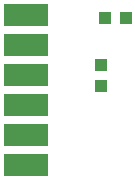
<source format=gtp>
G75*
%MOIN*%
%OFA0B0*%
%FSLAX25Y25*%
%IPPOS*%
%LPD*%
%AMOC8*
5,1,8,0,0,1.08239X$1,22.5*
%
%ADD10R,0.04134X0.04252*%
%ADD11R,0.04252X0.04134*%
%ADD12R,0.15000X0.07600*%
D10*
X0047055Y0065800D03*
X0053945Y0065800D03*
D11*
X0045500Y0050245D03*
X0045500Y0043355D03*
D12*
X0020500Y0016800D03*
X0020500Y0026800D03*
X0020500Y0036800D03*
X0020500Y0046800D03*
X0020500Y0056800D03*
X0020500Y0066800D03*
M02*

</source>
